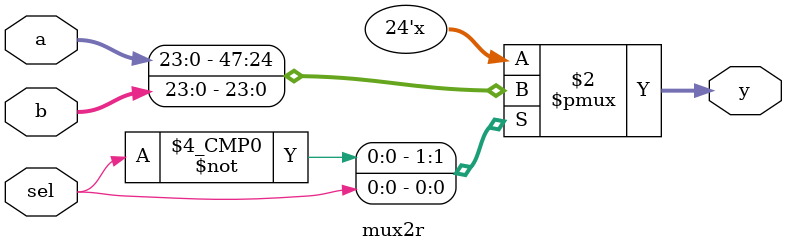
<source format=sv>
`timescale 1ns / 1ps


module mux2r(input [23:0] a,b,
               input  sel,
                   output reg [23:0] y );

always_comb  begin                 
     case(sel)
     
     0: y = a;
     1: y =b;
     default: y=24'bx;
     endcase
  end
  
endmodule

</source>
